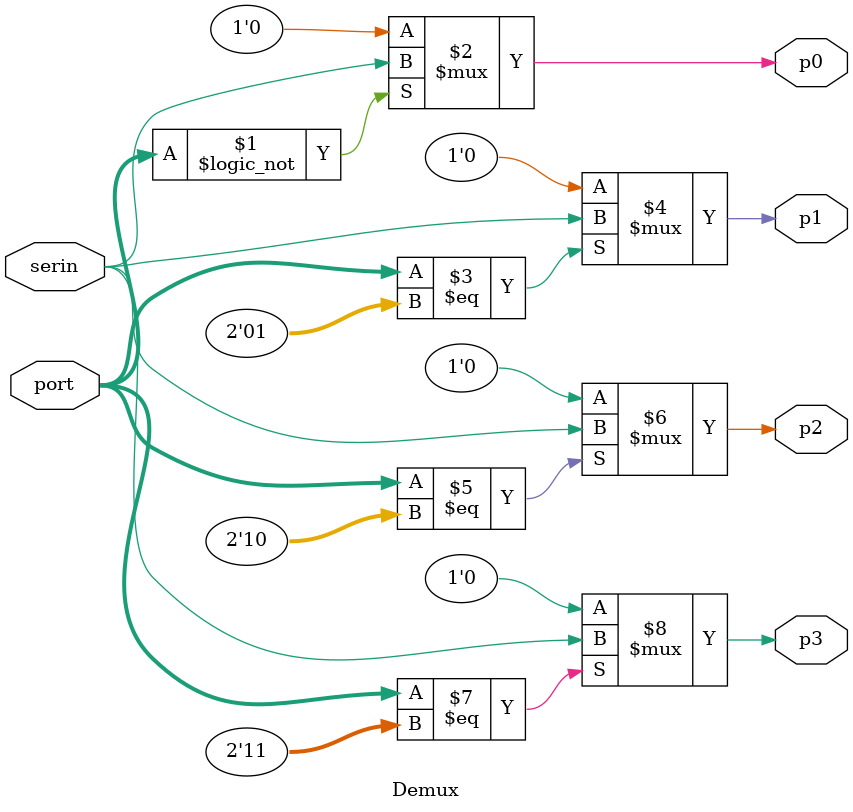
<source format=v>
module Demux(serin, port ,p0 ,p1 ,p2 ,p3);
input serin;
input[1:0] port;
output p0 ,p1 ,p2 ,p3;

assign p0 = port == 0 ? serin : 1'b0; 
assign p1 = port == 1 ? serin : 1'b0; 
assign p2 = port == 2 ? serin : 1'b0; 
assign p3 = port == 3 ? serin : 1'b0; 
endmodule
</source>
